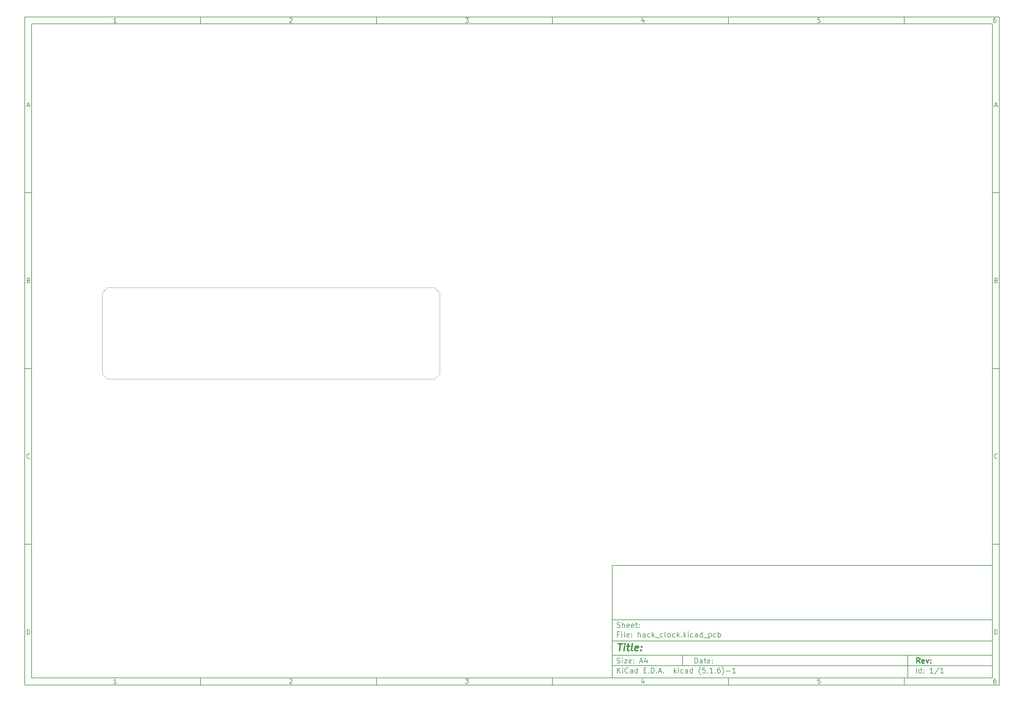
<source format=gm1>
G04 #@! TF.GenerationSoftware,KiCad,Pcbnew,(5.1.6)-1*
G04 #@! TF.CreationDate,2020-07-24T11:40:27+08:00*
G04 #@! TF.ProjectId,hack_clock,6861636b-5f63-46c6-9f63-6b2e6b696361,rev?*
G04 #@! TF.SameCoordinates,Original*
G04 #@! TF.FileFunction,Profile,NP*
%FSLAX46Y46*%
G04 Gerber Fmt 4.6, Leading zero omitted, Abs format (unit mm)*
G04 Created by KiCad (PCBNEW (5.1.6)-1) date 2020-07-24 11:40:27*
%MOMM*%
%LPD*%
G01*
G04 APERTURE LIST*
%ADD10C,0.150000*%
%ADD11C,0.300000*%
%ADD12C,0.400000*%
G04 #@! TA.AperFunction,Profile*
%ADD13C,0.100000*%
G04 #@! TD*
G04 APERTURE END LIST*
D10*
X177002200Y-166007200D02*
X177002200Y-198007200D01*
X285002200Y-198007200D01*
X285002200Y-166007200D01*
X177002200Y-166007200D01*
X10000000Y-10000000D02*
X10000000Y-200007200D01*
X287002200Y-200007200D01*
X287002200Y-10000000D01*
X10000000Y-10000000D01*
X12000000Y-12000000D02*
X12000000Y-198007200D01*
X285002200Y-198007200D01*
X285002200Y-12000000D01*
X12000000Y-12000000D01*
X60000000Y-12000000D02*
X60000000Y-10000000D01*
X110000000Y-12000000D02*
X110000000Y-10000000D01*
X160000000Y-12000000D02*
X160000000Y-10000000D01*
X210000000Y-12000000D02*
X210000000Y-10000000D01*
X260000000Y-12000000D02*
X260000000Y-10000000D01*
X36065476Y-11588095D02*
X35322619Y-11588095D01*
X35694047Y-11588095D02*
X35694047Y-10288095D01*
X35570238Y-10473809D01*
X35446428Y-10597619D01*
X35322619Y-10659523D01*
X85322619Y-10411904D02*
X85384523Y-10350000D01*
X85508333Y-10288095D01*
X85817857Y-10288095D01*
X85941666Y-10350000D01*
X86003571Y-10411904D01*
X86065476Y-10535714D01*
X86065476Y-10659523D01*
X86003571Y-10845238D01*
X85260714Y-11588095D01*
X86065476Y-11588095D01*
X135260714Y-10288095D02*
X136065476Y-10288095D01*
X135632142Y-10783333D01*
X135817857Y-10783333D01*
X135941666Y-10845238D01*
X136003571Y-10907142D01*
X136065476Y-11030952D01*
X136065476Y-11340476D01*
X136003571Y-11464285D01*
X135941666Y-11526190D01*
X135817857Y-11588095D01*
X135446428Y-11588095D01*
X135322619Y-11526190D01*
X135260714Y-11464285D01*
X185941666Y-10721428D02*
X185941666Y-11588095D01*
X185632142Y-10226190D02*
X185322619Y-11154761D01*
X186127380Y-11154761D01*
X236003571Y-10288095D02*
X235384523Y-10288095D01*
X235322619Y-10907142D01*
X235384523Y-10845238D01*
X235508333Y-10783333D01*
X235817857Y-10783333D01*
X235941666Y-10845238D01*
X236003571Y-10907142D01*
X236065476Y-11030952D01*
X236065476Y-11340476D01*
X236003571Y-11464285D01*
X235941666Y-11526190D01*
X235817857Y-11588095D01*
X235508333Y-11588095D01*
X235384523Y-11526190D01*
X235322619Y-11464285D01*
X285941666Y-10288095D02*
X285694047Y-10288095D01*
X285570238Y-10350000D01*
X285508333Y-10411904D01*
X285384523Y-10597619D01*
X285322619Y-10845238D01*
X285322619Y-11340476D01*
X285384523Y-11464285D01*
X285446428Y-11526190D01*
X285570238Y-11588095D01*
X285817857Y-11588095D01*
X285941666Y-11526190D01*
X286003571Y-11464285D01*
X286065476Y-11340476D01*
X286065476Y-11030952D01*
X286003571Y-10907142D01*
X285941666Y-10845238D01*
X285817857Y-10783333D01*
X285570238Y-10783333D01*
X285446428Y-10845238D01*
X285384523Y-10907142D01*
X285322619Y-11030952D01*
X60000000Y-198007200D02*
X60000000Y-200007200D01*
X110000000Y-198007200D02*
X110000000Y-200007200D01*
X160000000Y-198007200D02*
X160000000Y-200007200D01*
X210000000Y-198007200D02*
X210000000Y-200007200D01*
X260000000Y-198007200D02*
X260000000Y-200007200D01*
X36065476Y-199595295D02*
X35322619Y-199595295D01*
X35694047Y-199595295D02*
X35694047Y-198295295D01*
X35570238Y-198481009D01*
X35446428Y-198604819D01*
X35322619Y-198666723D01*
X85322619Y-198419104D02*
X85384523Y-198357200D01*
X85508333Y-198295295D01*
X85817857Y-198295295D01*
X85941666Y-198357200D01*
X86003571Y-198419104D01*
X86065476Y-198542914D01*
X86065476Y-198666723D01*
X86003571Y-198852438D01*
X85260714Y-199595295D01*
X86065476Y-199595295D01*
X135260714Y-198295295D02*
X136065476Y-198295295D01*
X135632142Y-198790533D01*
X135817857Y-198790533D01*
X135941666Y-198852438D01*
X136003571Y-198914342D01*
X136065476Y-199038152D01*
X136065476Y-199347676D01*
X136003571Y-199471485D01*
X135941666Y-199533390D01*
X135817857Y-199595295D01*
X135446428Y-199595295D01*
X135322619Y-199533390D01*
X135260714Y-199471485D01*
X185941666Y-198728628D02*
X185941666Y-199595295D01*
X185632142Y-198233390D02*
X185322619Y-199161961D01*
X186127380Y-199161961D01*
X236003571Y-198295295D02*
X235384523Y-198295295D01*
X235322619Y-198914342D01*
X235384523Y-198852438D01*
X235508333Y-198790533D01*
X235817857Y-198790533D01*
X235941666Y-198852438D01*
X236003571Y-198914342D01*
X236065476Y-199038152D01*
X236065476Y-199347676D01*
X236003571Y-199471485D01*
X235941666Y-199533390D01*
X235817857Y-199595295D01*
X235508333Y-199595295D01*
X235384523Y-199533390D01*
X235322619Y-199471485D01*
X285941666Y-198295295D02*
X285694047Y-198295295D01*
X285570238Y-198357200D01*
X285508333Y-198419104D01*
X285384523Y-198604819D01*
X285322619Y-198852438D01*
X285322619Y-199347676D01*
X285384523Y-199471485D01*
X285446428Y-199533390D01*
X285570238Y-199595295D01*
X285817857Y-199595295D01*
X285941666Y-199533390D01*
X286003571Y-199471485D01*
X286065476Y-199347676D01*
X286065476Y-199038152D01*
X286003571Y-198914342D01*
X285941666Y-198852438D01*
X285817857Y-198790533D01*
X285570238Y-198790533D01*
X285446428Y-198852438D01*
X285384523Y-198914342D01*
X285322619Y-199038152D01*
X10000000Y-60000000D02*
X12000000Y-60000000D01*
X10000000Y-110000000D02*
X12000000Y-110000000D01*
X10000000Y-160000000D02*
X12000000Y-160000000D01*
X10690476Y-35216666D02*
X11309523Y-35216666D01*
X10566666Y-35588095D02*
X11000000Y-34288095D01*
X11433333Y-35588095D01*
X11092857Y-84907142D02*
X11278571Y-84969047D01*
X11340476Y-85030952D01*
X11402380Y-85154761D01*
X11402380Y-85340476D01*
X11340476Y-85464285D01*
X11278571Y-85526190D01*
X11154761Y-85588095D01*
X10659523Y-85588095D01*
X10659523Y-84288095D01*
X11092857Y-84288095D01*
X11216666Y-84350000D01*
X11278571Y-84411904D01*
X11340476Y-84535714D01*
X11340476Y-84659523D01*
X11278571Y-84783333D01*
X11216666Y-84845238D01*
X11092857Y-84907142D01*
X10659523Y-84907142D01*
X11402380Y-135464285D02*
X11340476Y-135526190D01*
X11154761Y-135588095D01*
X11030952Y-135588095D01*
X10845238Y-135526190D01*
X10721428Y-135402380D01*
X10659523Y-135278571D01*
X10597619Y-135030952D01*
X10597619Y-134845238D01*
X10659523Y-134597619D01*
X10721428Y-134473809D01*
X10845238Y-134350000D01*
X11030952Y-134288095D01*
X11154761Y-134288095D01*
X11340476Y-134350000D01*
X11402380Y-134411904D01*
X10659523Y-185588095D02*
X10659523Y-184288095D01*
X10969047Y-184288095D01*
X11154761Y-184350000D01*
X11278571Y-184473809D01*
X11340476Y-184597619D01*
X11402380Y-184845238D01*
X11402380Y-185030952D01*
X11340476Y-185278571D01*
X11278571Y-185402380D01*
X11154761Y-185526190D01*
X10969047Y-185588095D01*
X10659523Y-185588095D01*
X287002200Y-60000000D02*
X285002200Y-60000000D01*
X287002200Y-110000000D02*
X285002200Y-110000000D01*
X287002200Y-160000000D02*
X285002200Y-160000000D01*
X285692676Y-35216666D02*
X286311723Y-35216666D01*
X285568866Y-35588095D02*
X286002200Y-34288095D01*
X286435533Y-35588095D01*
X286095057Y-84907142D02*
X286280771Y-84969047D01*
X286342676Y-85030952D01*
X286404580Y-85154761D01*
X286404580Y-85340476D01*
X286342676Y-85464285D01*
X286280771Y-85526190D01*
X286156961Y-85588095D01*
X285661723Y-85588095D01*
X285661723Y-84288095D01*
X286095057Y-84288095D01*
X286218866Y-84350000D01*
X286280771Y-84411904D01*
X286342676Y-84535714D01*
X286342676Y-84659523D01*
X286280771Y-84783333D01*
X286218866Y-84845238D01*
X286095057Y-84907142D01*
X285661723Y-84907142D01*
X286404580Y-135464285D02*
X286342676Y-135526190D01*
X286156961Y-135588095D01*
X286033152Y-135588095D01*
X285847438Y-135526190D01*
X285723628Y-135402380D01*
X285661723Y-135278571D01*
X285599819Y-135030952D01*
X285599819Y-134845238D01*
X285661723Y-134597619D01*
X285723628Y-134473809D01*
X285847438Y-134350000D01*
X286033152Y-134288095D01*
X286156961Y-134288095D01*
X286342676Y-134350000D01*
X286404580Y-134411904D01*
X285661723Y-185588095D02*
X285661723Y-184288095D01*
X285971247Y-184288095D01*
X286156961Y-184350000D01*
X286280771Y-184473809D01*
X286342676Y-184597619D01*
X286404580Y-184845238D01*
X286404580Y-185030952D01*
X286342676Y-185278571D01*
X286280771Y-185402380D01*
X286156961Y-185526190D01*
X285971247Y-185588095D01*
X285661723Y-185588095D01*
X200434342Y-193785771D02*
X200434342Y-192285771D01*
X200791485Y-192285771D01*
X201005771Y-192357200D01*
X201148628Y-192500057D01*
X201220057Y-192642914D01*
X201291485Y-192928628D01*
X201291485Y-193142914D01*
X201220057Y-193428628D01*
X201148628Y-193571485D01*
X201005771Y-193714342D01*
X200791485Y-193785771D01*
X200434342Y-193785771D01*
X202577200Y-193785771D02*
X202577200Y-193000057D01*
X202505771Y-192857200D01*
X202362914Y-192785771D01*
X202077200Y-192785771D01*
X201934342Y-192857200D01*
X202577200Y-193714342D02*
X202434342Y-193785771D01*
X202077200Y-193785771D01*
X201934342Y-193714342D01*
X201862914Y-193571485D01*
X201862914Y-193428628D01*
X201934342Y-193285771D01*
X202077200Y-193214342D01*
X202434342Y-193214342D01*
X202577200Y-193142914D01*
X203077200Y-192785771D02*
X203648628Y-192785771D01*
X203291485Y-192285771D02*
X203291485Y-193571485D01*
X203362914Y-193714342D01*
X203505771Y-193785771D01*
X203648628Y-193785771D01*
X204720057Y-193714342D02*
X204577200Y-193785771D01*
X204291485Y-193785771D01*
X204148628Y-193714342D01*
X204077200Y-193571485D01*
X204077200Y-193000057D01*
X204148628Y-192857200D01*
X204291485Y-192785771D01*
X204577200Y-192785771D01*
X204720057Y-192857200D01*
X204791485Y-193000057D01*
X204791485Y-193142914D01*
X204077200Y-193285771D01*
X205434342Y-193642914D02*
X205505771Y-193714342D01*
X205434342Y-193785771D01*
X205362914Y-193714342D01*
X205434342Y-193642914D01*
X205434342Y-193785771D01*
X205434342Y-192857200D02*
X205505771Y-192928628D01*
X205434342Y-193000057D01*
X205362914Y-192928628D01*
X205434342Y-192857200D01*
X205434342Y-193000057D01*
X177002200Y-194507200D02*
X285002200Y-194507200D01*
X178434342Y-196585771D02*
X178434342Y-195085771D01*
X179291485Y-196585771D02*
X178648628Y-195728628D01*
X179291485Y-195085771D02*
X178434342Y-195942914D01*
X179934342Y-196585771D02*
X179934342Y-195585771D01*
X179934342Y-195085771D02*
X179862914Y-195157200D01*
X179934342Y-195228628D01*
X180005771Y-195157200D01*
X179934342Y-195085771D01*
X179934342Y-195228628D01*
X181505771Y-196442914D02*
X181434342Y-196514342D01*
X181220057Y-196585771D01*
X181077200Y-196585771D01*
X180862914Y-196514342D01*
X180720057Y-196371485D01*
X180648628Y-196228628D01*
X180577200Y-195942914D01*
X180577200Y-195728628D01*
X180648628Y-195442914D01*
X180720057Y-195300057D01*
X180862914Y-195157200D01*
X181077200Y-195085771D01*
X181220057Y-195085771D01*
X181434342Y-195157200D01*
X181505771Y-195228628D01*
X182791485Y-196585771D02*
X182791485Y-195800057D01*
X182720057Y-195657200D01*
X182577200Y-195585771D01*
X182291485Y-195585771D01*
X182148628Y-195657200D01*
X182791485Y-196514342D02*
X182648628Y-196585771D01*
X182291485Y-196585771D01*
X182148628Y-196514342D01*
X182077200Y-196371485D01*
X182077200Y-196228628D01*
X182148628Y-196085771D01*
X182291485Y-196014342D01*
X182648628Y-196014342D01*
X182791485Y-195942914D01*
X184148628Y-196585771D02*
X184148628Y-195085771D01*
X184148628Y-196514342D02*
X184005771Y-196585771D01*
X183720057Y-196585771D01*
X183577200Y-196514342D01*
X183505771Y-196442914D01*
X183434342Y-196300057D01*
X183434342Y-195871485D01*
X183505771Y-195728628D01*
X183577200Y-195657200D01*
X183720057Y-195585771D01*
X184005771Y-195585771D01*
X184148628Y-195657200D01*
X186005771Y-195800057D02*
X186505771Y-195800057D01*
X186720057Y-196585771D02*
X186005771Y-196585771D01*
X186005771Y-195085771D01*
X186720057Y-195085771D01*
X187362914Y-196442914D02*
X187434342Y-196514342D01*
X187362914Y-196585771D01*
X187291485Y-196514342D01*
X187362914Y-196442914D01*
X187362914Y-196585771D01*
X188077200Y-196585771D02*
X188077200Y-195085771D01*
X188434342Y-195085771D01*
X188648628Y-195157200D01*
X188791485Y-195300057D01*
X188862914Y-195442914D01*
X188934342Y-195728628D01*
X188934342Y-195942914D01*
X188862914Y-196228628D01*
X188791485Y-196371485D01*
X188648628Y-196514342D01*
X188434342Y-196585771D01*
X188077200Y-196585771D01*
X189577200Y-196442914D02*
X189648628Y-196514342D01*
X189577200Y-196585771D01*
X189505771Y-196514342D01*
X189577200Y-196442914D01*
X189577200Y-196585771D01*
X190220057Y-196157200D02*
X190934342Y-196157200D01*
X190077200Y-196585771D02*
X190577200Y-195085771D01*
X191077200Y-196585771D01*
X191577200Y-196442914D02*
X191648628Y-196514342D01*
X191577200Y-196585771D01*
X191505771Y-196514342D01*
X191577200Y-196442914D01*
X191577200Y-196585771D01*
X194577200Y-196585771D02*
X194577200Y-195085771D01*
X194720057Y-196014342D02*
X195148628Y-196585771D01*
X195148628Y-195585771D02*
X194577200Y-196157200D01*
X195791485Y-196585771D02*
X195791485Y-195585771D01*
X195791485Y-195085771D02*
X195720057Y-195157200D01*
X195791485Y-195228628D01*
X195862914Y-195157200D01*
X195791485Y-195085771D01*
X195791485Y-195228628D01*
X197148628Y-196514342D02*
X197005771Y-196585771D01*
X196720057Y-196585771D01*
X196577200Y-196514342D01*
X196505771Y-196442914D01*
X196434342Y-196300057D01*
X196434342Y-195871485D01*
X196505771Y-195728628D01*
X196577200Y-195657200D01*
X196720057Y-195585771D01*
X197005771Y-195585771D01*
X197148628Y-195657200D01*
X198434342Y-196585771D02*
X198434342Y-195800057D01*
X198362914Y-195657200D01*
X198220057Y-195585771D01*
X197934342Y-195585771D01*
X197791485Y-195657200D01*
X198434342Y-196514342D02*
X198291485Y-196585771D01*
X197934342Y-196585771D01*
X197791485Y-196514342D01*
X197720057Y-196371485D01*
X197720057Y-196228628D01*
X197791485Y-196085771D01*
X197934342Y-196014342D01*
X198291485Y-196014342D01*
X198434342Y-195942914D01*
X199791485Y-196585771D02*
X199791485Y-195085771D01*
X199791485Y-196514342D02*
X199648628Y-196585771D01*
X199362914Y-196585771D01*
X199220057Y-196514342D01*
X199148628Y-196442914D01*
X199077200Y-196300057D01*
X199077200Y-195871485D01*
X199148628Y-195728628D01*
X199220057Y-195657200D01*
X199362914Y-195585771D01*
X199648628Y-195585771D01*
X199791485Y-195657200D01*
X202077200Y-197157200D02*
X202005771Y-197085771D01*
X201862914Y-196871485D01*
X201791485Y-196728628D01*
X201720057Y-196514342D01*
X201648628Y-196157200D01*
X201648628Y-195871485D01*
X201720057Y-195514342D01*
X201791485Y-195300057D01*
X201862914Y-195157200D01*
X202005771Y-194942914D01*
X202077200Y-194871485D01*
X203362914Y-195085771D02*
X202648628Y-195085771D01*
X202577200Y-195800057D01*
X202648628Y-195728628D01*
X202791485Y-195657200D01*
X203148628Y-195657200D01*
X203291485Y-195728628D01*
X203362914Y-195800057D01*
X203434342Y-195942914D01*
X203434342Y-196300057D01*
X203362914Y-196442914D01*
X203291485Y-196514342D01*
X203148628Y-196585771D01*
X202791485Y-196585771D01*
X202648628Y-196514342D01*
X202577200Y-196442914D01*
X204077200Y-196442914D02*
X204148628Y-196514342D01*
X204077200Y-196585771D01*
X204005771Y-196514342D01*
X204077200Y-196442914D01*
X204077200Y-196585771D01*
X205577200Y-196585771D02*
X204720057Y-196585771D01*
X205148628Y-196585771D02*
X205148628Y-195085771D01*
X205005771Y-195300057D01*
X204862914Y-195442914D01*
X204720057Y-195514342D01*
X206220057Y-196442914D02*
X206291485Y-196514342D01*
X206220057Y-196585771D01*
X206148628Y-196514342D01*
X206220057Y-196442914D01*
X206220057Y-196585771D01*
X207577200Y-195085771D02*
X207291485Y-195085771D01*
X207148628Y-195157200D01*
X207077200Y-195228628D01*
X206934342Y-195442914D01*
X206862914Y-195728628D01*
X206862914Y-196300057D01*
X206934342Y-196442914D01*
X207005771Y-196514342D01*
X207148628Y-196585771D01*
X207434342Y-196585771D01*
X207577200Y-196514342D01*
X207648628Y-196442914D01*
X207720057Y-196300057D01*
X207720057Y-195942914D01*
X207648628Y-195800057D01*
X207577200Y-195728628D01*
X207434342Y-195657200D01*
X207148628Y-195657200D01*
X207005771Y-195728628D01*
X206934342Y-195800057D01*
X206862914Y-195942914D01*
X208220057Y-197157200D02*
X208291485Y-197085771D01*
X208434342Y-196871485D01*
X208505771Y-196728628D01*
X208577200Y-196514342D01*
X208648628Y-196157200D01*
X208648628Y-195871485D01*
X208577200Y-195514342D01*
X208505771Y-195300057D01*
X208434342Y-195157200D01*
X208291485Y-194942914D01*
X208220057Y-194871485D01*
X209362914Y-196014342D02*
X210505771Y-196014342D01*
X212005771Y-196585771D02*
X211148628Y-196585771D01*
X211577200Y-196585771D02*
X211577200Y-195085771D01*
X211434342Y-195300057D01*
X211291485Y-195442914D01*
X211148628Y-195514342D01*
X177002200Y-191507200D02*
X285002200Y-191507200D01*
D11*
X264411485Y-193785771D02*
X263911485Y-193071485D01*
X263554342Y-193785771D02*
X263554342Y-192285771D01*
X264125771Y-192285771D01*
X264268628Y-192357200D01*
X264340057Y-192428628D01*
X264411485Y-192571485D01*
X264411485Y-192785771D01*
X264340057Y-192928628D01*
X264268628Y-193000057D01*
X264125771Y-193071485D01*
X263554342Y-193071485D01*
X265625771Y-193714342D02*
X265482914Y-193785771D01*
X265197200Y-193785771D01*
X265054342Y-193714342D01*
X264982914Y-193571485D01*
X264982914Y-193000057D01*
X265054342Y-192857200D01*
X265197200Y-192785771D01*
X265482914Y-192785771D01*
X265625771Y-192857200D01*
X265697200Y-193000057D01*
X265697200Y-193142914D01*
X264982914Y-193285771D01*
X266197200Y-192785771D02*
X266554342Y-193785771D01*
X266911485Y-192785771D01*
X267482914Y-193642914D02*
X267554342Y-193714342D01*
X267482914Y-193785771D01*
X267411485Y-193714342D01*
X267482914Y-193642914D01*
X267482914Y-193785771D01*
X267482914Y-192857200D02*
X267554342Y-192928628D01*
X267482914Y-193000057D01*
X267411485Y-192928628D01*
X267482914Y-192857200D01*
X267482914Y-193000057D01*
D10*
X178362914Y-193714342D02*
X178577200Y-193785771D01*
X178934342Y-193785771D01*
X179077200Y-193714342D01*
X179148628Y-193642914D01*
X179220057Y-193500057D01*
X179220057Y-193357200D01*
X179148628Y-193214342D01*
X179077200Y-193142914D01*
X178934342Y-193071485D01*
X178648628Y-193000057D01*
X178505771Y-192928628D01*
X178434342Y-192857200D01*
X178362914Y-192714342D01*
X178362914Y-192571485D01*
X178434342Y-192428628D01*
X178505771Y-192357200D01*
X178648628Y-192285771D01*
X179005771Y-192285771D01*
X179220057Y-192357200D01*
X179862914Y-193785771D02*
X179862914Y-192785771D01*
X179862914Y-192285771D02*
X179791485Y-192357200D01*
X179862914Y-192428628D01*
X179934342Y-192357200D01*
X179862914Y-192285771D01*
X179862914Y-192428628D01*
X180434342Y-192785771D02*
X181220057Y-192785771D01*
X180434342Y-193785771D01*
X181220057Y-193785771D01*
X182362914Y-193714342D02*
X182220057Y-193785771D01*
X181934342Y-193785771D01*
X181791485Y-193714342D01*
X181720057Y-193571485D01*
X181720057Y-193000057D01*
X181791485Y-192857200D01*
X181934342Y-192785771D01*
X182220057Y-192785771D01*
X182362914Y-192857200D01*
X182434342Y-193000057D01*
X182434342Y-193142914D01*
X181720057Y-193285771D01*
X183077200Y-193642914D02*
X183148628Y-193714342D01*
X183077200Y-193785771D01*
X183005771Y-193714342D01*
X183077200Y-193642914D01*
X183077200Y-193785771D01*
X183077200Y-192857200D02*
X183148628Y-192928628D01*
X183077200Y-193000057D01*
X183005771Y-192928628D01*
X183077200Y-192857200D01*
X183077200Y-193000057D01*
X184862914Y-193357200D02*
X185577200Y-193357200D01*
X184720057Y-193785771D02*
X185220057Y-192285771D01*
X185720057Y-193785771D01*
X186862914Y-192785771D02*
X186862914Y-193785771D01*
X186505771Y-192214342D02*
X186148628Y-193285771D01*
X187077200Y-193285771D01*
X263434342Y-196585771D02*
X263434342Y-195085771D01*
X264791485Y-196585771D02*
X264791485Y-195085771D01*
X264791485Y-196514342D02*
X264648628Y-196585771D01*
X264362914Y-196585771D01*
X264220057Y-196514342D01*
X264148628Y-196442914D01*
X264077200Y-196300057D01*
X264077200Y-195871485D01*
X264148628Y-195728628D01*
X264220057Y-195657200D01*
X264362914Y-195585771D01*
X264648628Y-195585771D01*
X264791485Y-195657200D01*
X265505771Y-196442914D02*
X265577200Y-196514342D01*
X265505771Y-196585771D01*
X265434342Y-196514342D01*
X265505771Y-196442914D01*
X265505771Y-196585771D01*
X265505771Y-195657200D02*
X265577200Y-195728628D01*
X265505771Y-195800057D01*
X265434342Y-195728628D01*
X265505771Y-195657200D01*
X265505771Y-195800057D01*
X268148628Y-196585771D02*
X267291485Y-196585771D01*
X267720057Y-196585771D02*
X267720057Y-195085771D01*
X267577200Y-195300057D01*
X267434342Y-195442914D01*
X267291485Y-195514342D01*
X269862914Y-195014342D02*
X268577200Y-196942914D01*
X271148628Y-196585771D02*
X270291485Y-196585771D01*
X270720057Y-196585771D02*
X270720057Y-195085771D01*
X270577200Y-195300057D01*
X270434342Y-195442914D01*
X270291485Y-195514342D01*
X177002200Y-187507200D02*
X285002200Y-187507200D01*
D12*
X178714580Y-188211961D02*
X179857438Y-188211961D01*
X179036009Y-190211961D02*
X179286009Y-188211961D01*
X180274104Y-190211961D02*
X180440771Y-188878628D01*
X180524104Y-188211961D02*
X180416961Y-188307200D01*
X180500295Y-188402438D01*
X180607438Y-188307200D01*
X180524104Y-188211961D01*
X180500295Y-188402438D01*
X181107438Y-188878628D02*
X181869342Y-188878628D01*
X181476485Y-188211961D02*
X181262200Y-189926247D01*
X181333628Y-190116723D01*
X181512200Y-190211961D01*
X181702676Y-190211961D01*
X182655057Y-190211961D02*
X182476485Y-190116723D01*
X182405057Y-189926247D01*
X182619342Y-188211961D01*
X184190771Y-190116723D02*
X183988390Y-190211961D01*
X183607438Y-190211961D01*
X183428866Y-190116723D01*
X183357438Y-189926247D01*
X183452676Y-189164342D01*
X183571723Y-188973866D01*
X183774104Y-188878628D01*
X184155057Y-188878628D01*
X184333628Y-188973866D01*
X184405057Y-189164342D01*
X184381247Y-189354819D01*
X183405057Y-189545295D01*
X185155057Y-190021485D02*
X185238390Y-190116723D01*
X185131247Y-190211961D01*
X185047914Y-190116723D01*
X185155057Y-190021485D01*
X185131247Y-190211961D01*
X185286009Y-188973866D02*
X185369342Y-189069104D01*
X185262200Y-189164342D01*
X185178866Y-189069104D01*
X185286009Y-188973866D01*
X185262200Y-189164342D01*
D10*
X178934342Y-185600057D02*
X178434342Y-185600057D01*
X178434342Y-186385771D02*
X178434342Y-184885771D01*
X179148628Y-184885771D01*
X179720057Y-186385771D02*
X179720057Y-185385771D01*
X179720057Y-184885771D02*
X179648628Y-184957200D01*
X179720057Y-185028628D01*
X179791485Y-184957200D01*
X179720057Y-184885771D01*
X179720057Y-185028628D01*
X180648628Y-186385771D02*
X180505771Y-186314342D01*
X180434342Y-186171485D01*
X180434342Y-184885771D01*
X181791485Y-186314342D02*
X181648628Y-186385771D01*
X181362914Y-186385771D01*
X181220057Y-186314342D01*
X181148628Y-186171485D01*
X181148628Y-185600057D01*
X181220057Y-185457200D01*
X181362914Y-185385771D01*
X181648628Y-185385771D01*
X181791485Y-185457200D01*
X181862914Y-185600057D01*
X181862914Y-185742914D01*
X181148628Y-185885771D01*
X182505771Y-186242914D02*
X182577200Y-186314342D01*
X182505771Y-186385771D01*
X182434342Y-186314342D01*
X182505771Y-186242914D01*
X182505771Y-186385771D01*
X182505771Y-185457200D02*
X182577200Y-185528628D01*
X182505771Y-185600057D01*
X182434342Y-185528628D01*
X182505771Y-185457200D01*
X182505771Y-185600057D01*
X184362914Y-186385771D02*
X184362914Y-184885771D01*
X185005771Y-186385771D02*
X185005771Y-185600057D01*
X184934342Y-185457200D01*
X184791485Y-185385771D01*
X184577200Y-185385771D01*
X184434342Y-185457200D01*
X184362914Y-185528628D01*
X186362914Y-186385771D02*
X186362914Y-185600057D01*
X186291485Y-185457200D01*
X186148628Y-185385771D01*
X185862914Y-185385771D01*
X185720057Y-185457200D01*
X186362914Y-186314342D02*
X186220057Y-186385771D01*
X185862914Y-186385771D01*
X185720057Y-186314342D01*
X185648628Y-186171485D01*
X185648628Y-186028628D01*
X185720057Y-185885771D01*
X185862914Y-185814342D01*
X186220057Y-185814342D01*
X186362914Y-185742914D01*
X187720057Y-186314342D02*
X187577200Y-186385771D01*
X187291485Y-186385771D01*
X187148628Y-186314342D01*
X187077200Y-186242914D01*
X187005771Y-186100057D01*
X187005771Y-185671485D01*
X187077200Y-185528628D01*
X187148628Y-185457200D01*
X187291485Y-185385771D01*
X187577200Y-185385771D01*
X187720057Y-185457200D01*
X188362914Y-186385771D02*
X188362914Y-184885771D01*
X188505771Y-185814342D02*
X188934342Y-186385771D01*
X188934342Y-185385771D02*
X188362914Y-185957200D01*
X189220057Y-186528628D02*
X190362914Y-186528628D01*
X191362914Y-186314342D02*
X191220057Y-186385771D01*
X190934342Y-186385771D01*
X190791485Y-186314342D01*
X190720057Y-186242914D01*
X190648628Y-186100057D01*
X190648628Y-185671485D01*
X190720057Y-185528628D01*
X190791485Y-185457200D01*
X190934342Y-185385771D01*
X191220057Y-185385771D01*
X191362914Y-185457200D01*
X192220057Y-186385771D02*
X192077200Y-186314342D01*
X192005771Y-186171485D01*
X192005771Y-184885771D01*
X193005771Y-186385771D02*
X192862914Y-186314342D01*
X192791485Y-186242914D01*
X192720057Y-186100057D01*
X192720057Y-185671485D01*
X192791485Y-185528628D01*
X192862914Y-185457200D01*
X193005771Y-185385771D01*
X193220057Y-185385771D01*
X193362914Y-185457200D01*
X193434342Y-185528628D01*
X193505771Y-185671485D01*
X193505771Y-186100057D01*
X193434342Y-186242914D01*
X193362914Y-186314342D01*
X193220057Y-186385771D01*
X193005771Y-186385771D01*
X194791485Y-186314342D02*
X194648628Y-186385771D01*
X194362914Y-186385771D01*
X194220057Y-186314342D01*
X194148628Y-186242914D01*
X194077200Y-186100057D01*
X194077200Y-185671485D01*
X194148628Y-185528628D01*
X194220057Y-185457200D01*
X194362914Y-185385771D01*
X194648628Y-185385771D01*
X194791485Y-185457200D01*
X195434342Y-186385771D02*
X195434342Y-184885771D01*
X195577200Y-185814342D02*
X196005771Y-186385771D01*
X196005771Y-185385771D02*
X195434342Y-185957200D01*
X196648628Y-186242914D02*
X196720057Y-186314342D01*
X196648628Y-186385771D01*
X196577200Y-186314342D01*
X196648628Y-186242914D01*
X196648628Y-186385771D01*
X197362914Y-186385771D02*
X197362914Y-184885771D01*
X197505771Y-185814342D02*
X197934342Y-186385771D01*
X197934342Y-185385771D02*
X197362914Y-185957200D01*
X198577200Y-186385771D02*
X198577200Y-185385771D01*
X198577200Y-184885771D02*
X198505771Y-184957200D01*
X198577200Y-185028628D01*
X198648628Y-184957200D01*
X198577200Y-184885771D01*
X198577200Y-185028628D01*
X199934342Y-186314342D02*
X199791485Y-186385771D01*
X199505771Y-186385771D01*
X199362914Y-186314342D01*
X199291485Y-186242914D01*
X199220057Y-186100057D01*
X199220057Y-185671485D01*
X199291485Y-185528628D01*
X199362914Y-185457200D01*
X199505771Y-185385771D01*
X199791485Y-185385771D01*
X199934342Y-185457200D01*
X201220057Y-186385771D02*
X201220057Y-185600057D01*
X201148628Y-185457200D01*
X201005771Y-185385771D01*
X200720057Y-185385771D01*
X200577200Y-185457200D01*
X201220057Y-186314342D02*
X201077200Y-186385771D01*
X200720057Y-186385771D01*
X200577200Y-186314342D01*
X200505771Y-186171485D01*
X200505771Y-186028628D01*
X200577200Y-185885771D01*
X200720057Y-185814342D01*
X201077200Y-185814342D01*
X201220057Y-185742914D01*
X202577200Y-186385771D02*
X202577200Y-184885771D01*
X202577200Y-186314342D02*
X202434342Y-186385771D01*
X202148628Y-186385771D01*
X202005771Y-186314342D01*
X201934342Y-186242914D01*
X201862914Y-186100057D01*
X201862914Y-185671485D01*
X201934342Y-185528628D01*
X202005771Y-185457200D01*
X202148628Y-185385771D01*
X202434342Y-185385771D01*
X202577200Y-185457200D01*
X202934342Y-186528628D02*
X204077200Y-186528628D01*
X204434342Y-185385771D02*
X204434342Y-186885771D01*
X204434342Y-185457200D02*
X204577200Y-185385771D01*
X204862914Y-185385771D01*
X205005771Y-185457200D01*
X205077200Y-185528628D01*
X205148628Y-185671485D01*
X205148628Y-186100057D01*
X205077200Y-186242914D01*
X205005771Y-186314342D01*
X204862914Y-186385771D01*
X204577200Y-186385771D01*
X204434342Y-186314342D01*
X206434342Y-186314342D02*
X206291485Y-186385771D01*
X206005771Y-186385771D01*
X205862914Y-186314342D01*
X205791485Y-186242914D01*
X205720057Y-186100057D01*
X205720057Y-185671485D01*
X205791485Y-185528628D01*
X205862914Y-185457200D01*
X206005771Y-185385771D01*
X206291485Y-185385771D01*
X206434342Y-185457200D01*
X207077200Y-186385771D02*
X207077200Y-184885771D01*
X207077200Y-185457200D02*
X207220057Y-185385771D01*
X207505771Y-185385771D01*
X207648628Y-185457200D01*
X207720057Y-185528628D01*
X207791485Y-185671485D01*
X207791485Y-186100057D01*
X207720057Y-186242914D01*
X207648628Y-186314342D01*
X207505771Y-186385771D01*
X207220057Y-186385771D01*
X207077200Y-186314342D01*
X177002200Y-181507200D02*
X285002200Y-181507200D01*
X178362914Y-183614342D02*
X178577200Y-183685771D01*
X178934342Y-183685771D01*
X179077200Y-183614342D01*
X179148628Y-183542914D01*
X179220057Y-183400057D01*
X179220057Y-183257200D01*
X179148628Y-183114342D01*
X179077200Y-183042914D01*
X178934342Y-182971485D01*
X178648628Y-182900057D01*
X178505771Y-182828628D01*
X178434342Y-182757200D01*
X178362914Y-182614342D01*
X178362914Y-182471485D01*
X178434342Y-182328628D01*
X178505771Y-182257200D01*
X178648628Y-182185771D01*
X179005771Y-182185771D01*
X179220057Y-182257200D01*
X179862914Y-183685771D02*
X179862914Y-182185771D01*
X180505771Y-183685771D02*
X180505771Y-182900057D01*
X180434342Y-182757200D01*
X180291485Y-182685771D01*
X180077200Y-182685771D01*
X179934342Y-182757200D01*
X179862914Y-182828628D01*
X181791485Y-183614342D02*
X181648628Y-183685771D01*
X181362914Y-183685771D01*
X181220057Y-183614342D01*
X181148628Y-183471485D01*
X181148628Y-182900057D01*
X181220057Y-182757200D01*
X181362914Y-182685771D01*
X181648628Y-182685771D01*
X181791485Y-182757200D01*
X181862914Y-182900057D01*
X181862914Y-183042914D01*
X181148628Y-183185771D01*
X183077200Y-183614342D02*
X182934342Y-183685771D01*
X182648628Y-183685771D01*
X182505771Y-183614342D01*
X182434342Y-183471485D01*
X182434342Y-182900057D01*
X182505771Y-182757200D01*
X182648628Y-182685771D01*
X182934342Y-182685771D01*
X183077200Y-182757200D01*
X183148628Y-182900057D01*
X183148628Y-183042914D01*
X182434342Y-183185771D01*
X183577200Y-182685771D02*
X184148628Y-182685771D01*
X183791485Y-182185771D02*
X183791485Y-183471485D01*
X183862914Y-183614342D01*
X184005771Y-183685771D01*
X184148628Y-183685771D01*
X184648628Y-183542914D02*
X184720057Y-183614342D01*
X184648628Y-183685771D01*
X184577200Y-183614342D01*
X184648628Y-183542914D01*
X184648628Y-183685771D01*
X184648628Y-182757200D02*
X184720057Y-182828628D01*
X184648628Y-182900057D01*
X184577200Y-182828628D01*
X184648628Y-182757200D01*
X184648628Y-182900057D01*
X197002200Y-191507200D02*
X197002200Y-194507200D01*
X261002200Y-191507200D02*
X261002200Y-198007200D01*
D13*
X128000000Y-88500000D02*
X128000000Y-111500000D01*
X128000000Y-111500000D02*
X126500000Y-113000000D01*
X32000000Y-111500000D02*
X33500000Y-113000000D01*
X126500000Y-87000000D02*
X128000000Y-88500000D01*
X32000000Y-88500000D02*
X33500000Y-87000000D01*
X32000000Y-88500000D02*
X32000000Y-111500000D01*
X33500000Y-113000000D02*
X126500000Y-113000000D01*
X33500000Y-87000000D02*
X126500000Y-87000000D01*
M02*

</source>
